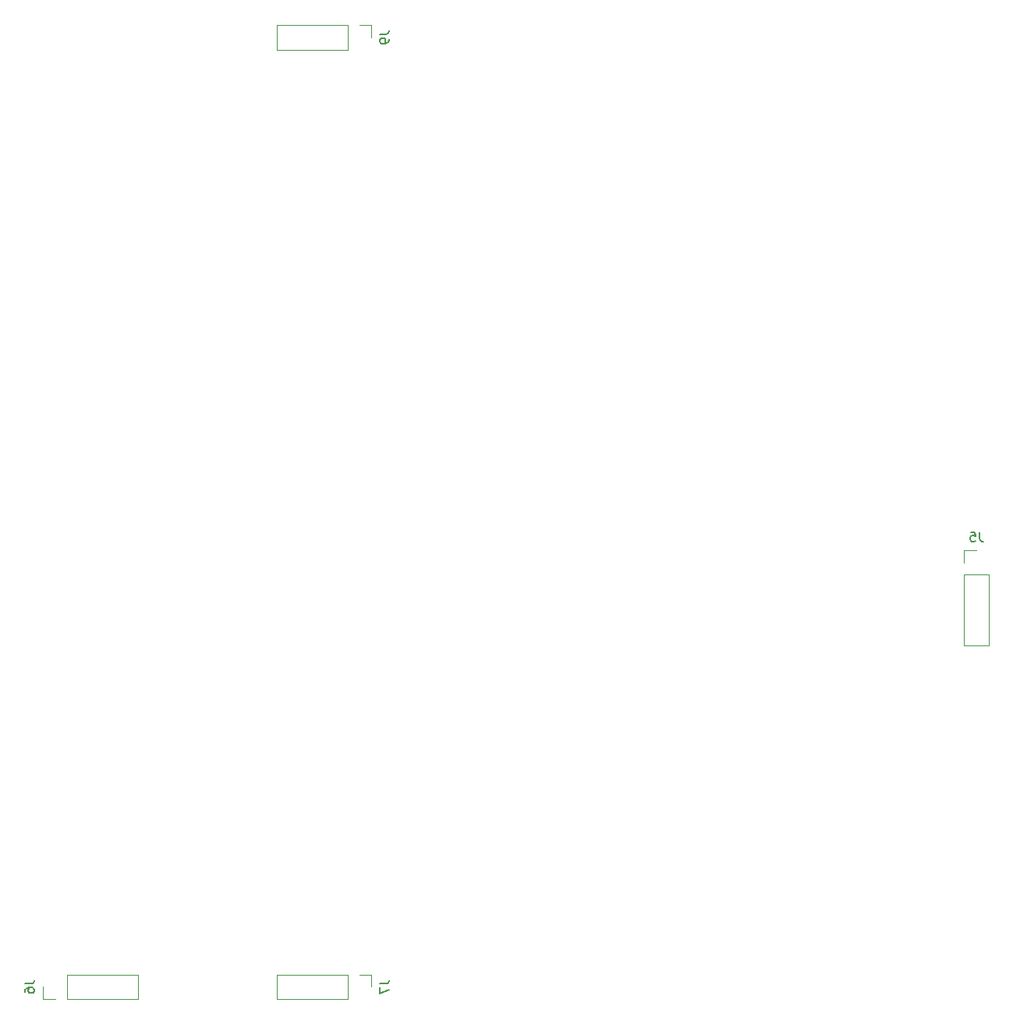
<source format=gbr>
%TF.GenerationSoftware,KiCad,Pcbnew,(6.0.4-0)*%
%TF.CreationDate,2024-05-14T17:36:31+10:00*%
%TF.ProjectId,Video terminal ,56696465-6f20-4746-9572-6d696e616c20,rev?*%
%TF.SameCoordinates,Original*%
%TF.FileFunction,Legend,Bot*%
%TF.FilePolarity,Positive*%
%FSLAX46Y46*%
G04 Gerber Fmt 4.6, Leading zero omitted, Abs format (unit mm)*
G04 Created by KiCad (PCBNEW (6.0.4-0)) date 2024-05-14 17:36:31*
%MOMM*%
%LPD*%
G01*
G04 APERTURE LIST*
%ADD10C,0.150000*%
%ADD11C,0.120000*%
G04 APERTURE END LIST*
D10*
%TO.C,J5*%
X150333333Y-78682380D02*
X150333333Y-79396666D01*
X150380952Y-79539523D01*
X150476190Y-79634761D01*
X150619047Y-79682380D01*
X150714285Y-79682380D01*
X149380952Y-78682380D02*
X149857142Y-78682380D01*
X149904761Y-79158571D01*
X149857142Y-79110952D01*
X149761904Y-79063333D01*
X149523809Y-79063333D01*
X149428571Y-79110952D01*
X149380952Y-79158571D01*
X149333333Y-79253809D01*
X149333333Y-79491904D01*
X149380952Y-79587142D01*
X149428571Y-79634761D01*
X149523809Y-79682380D01*
X149761904Y-79682380D01*
X149857142Y-79634761D01*
X149904761Y-79587142D01*
%TO.C,J6*%
X46682380Y-127666666D02*
X47396666Y-127666666D01*
X47539523Y-127619047D01*
X47634761Y-127523809D01*
X47682380Y-127380952D01*
X47682380Y-127285714D01*
X46682380Y-128571428D02*
X46682380Y-128380952D01*
X46730000Y-128285714D01*
X46777619Y-128238095D01*
X46920476Y-128142857D01*
X47110952Y-128095238D01*
X47491904Y-128095238D01*
X47587142Y-128142857D01*
X47634761Y-128190476D01*
X47682380Y-128285714D01*
X47682380Y-128476190D01*
X47634761Y-128571428D01*
X47587142Y-128619047D01*
X47491904Y-128666666D01*
X47253809Y-128666666D01*
X47158571Y-128619047D01*
X47110952Y-128571428D01*
X47063333Y-128476190D01*
X47063333Y-128285714D01*
X47110952Y-128190476D01*
X47158571Y-128142857D01*
X47253809Y-128095238D01*
%TO.C,J7*%
X85222380Y-127666666D02*
X85936666Y-127666666D01*
X86079523Y-127619047D01*
X86174761Y-127523809D01*
X86222380Y-127380952D01*
X86222380Y-127285714D01*
X85222380Y-128047619D02*
X85222380Y-128714285D01*
X86222380Y-128285714D01*
%TO.C,J9*%
X85222380Y-24666666D02*
X85936666Y-24666666D01*
X86079523Y-24619047D01*
X86174761Y-24523809D01*
X86222380Y-24380952D01*
X86222380Y-24285714D01*
X86222380Y-25190476D02*
X86222380Y-25380952D01*
X86174761Y-25476190D01*
X86127142Y-25523809D01*
X85984285Y-25619047D01*
X85793809Y-25666666D01*
X85412857Y-25666666D01*
X85317619Y-25619047D01*
X85270000Y-25571428D01*
X85222380Y-25476190D01*
X85222380Y-25285714D01*
X85270000Y-25190476D01*
X85317619Y-25142857D01*
X85412857Y-25095238D01*
X85650952Y-25095238D01*
X85746190Y-25142857D01*
X85793809Y-25190476D01*
X85841428Y-25285714D01*
X85841428Y-25476190D01*
X85793809Y-25571428D01*
X85746190Y-25619047D01*
X85650952Y-25666666D01*
D11*
%TO.C,J5*%
X151330000Y-83270000D02*
X151330000Y-90950000D01*
X148670000Y-83270000D02*
X148670000Y-90950000D01*
X151330000Y-90950000D02*
X148670000Y-90950000D01*
X151330000Y-83270000D02*
X148670000Y-83270000D01*
X150000000Y-80670000D02*
X148670000Y-80670000D01*
X148670000Y-80670000D02*
X148670000Y-82000000D01*
%TO.C,J6*%
X58950000Y-126670000D02*
X58950000Y-129330000D01*
X51270000Y-129330000D02*
X58950000Y-129330000D01*
X48670000Y-129330000D02*
X50000000Y-129330000D01*
X51270000Y-126670000D02*
X51270000Y-129330000D01*
X51270000Y-126670000D02*
X58950000Y-126670000D01*
X48670000Y-128000000D02*
X48670000Y-129330000D01*
%TO.C,J7*%
X74050000Y-129330000D02*
X74050000Y-126670000D01*
X84330000Y-128000000D02*
X84330000Y-126670000D01*
X81730000Y-129330000D02*
X81730000Y-126670000D01*
X81730000Y-126670000D02*
X74050000Y-126670000D01*
X81730000Y-129330000D02*
X74050000Y-129330000D01*
X84330000Y-126670000D02*
X83000000Y-126670000D01*
%TO.C,J9*%
X81730000Y-23670000D02*
X74050000Y-23670000D01*
X81730000Y-26330000D02*
X74050000Y-26330000D01*
X74050000Y-26330000D02*
X74050000Y-23670000D01*
X81730000Y-26330000D02*
X81730000Y-23670000D01*
X84330000Y-25000000D02*
X84330000Y-23670000D01*
X84330000Y-23670000D02*
X83000000Y-23670000D01*
%TD*%
M02*

</source>
